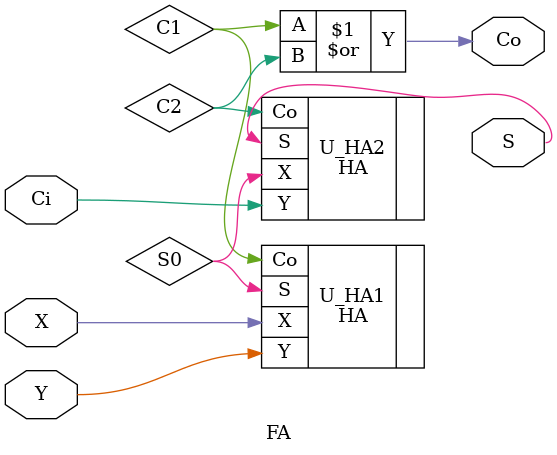
<source format=v>

module FA (
  Co,  // Carry-out
  S,  // Sum
  X,
  Y,
  Ci
);  // carry-in

  // I/O signals
  output Co, S;  // Carry-out and Sum
  input X, Y, Ci;  // Inputs including X, Y and Carry-in
  wire Co, S;
  wire X, Y, Ci;
  // internal
  wire S0, C1, C2;

  HA U_HA1 (
    .Co(C1),
    .S (S0),
    .X (X),
    .Y (Y)
  );
  HA U_HA2 (
    .Co(C2),
    .S (S),
    .X (S0),
    .Y (Ci)
  );
  assign Co = (C1 | C2);

endmodule

</source>
